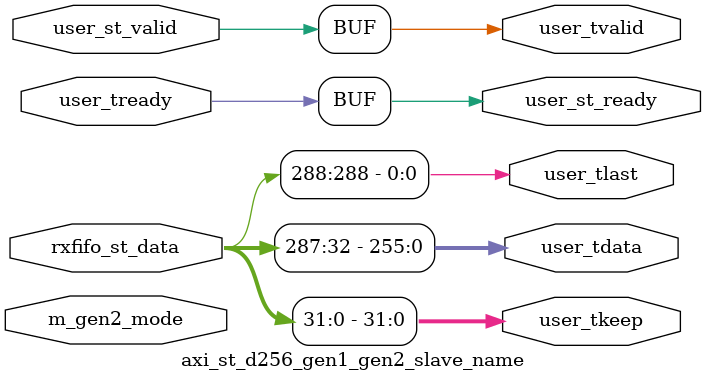
<source format=sv>
module axi_st_d256_gen1_gen2_slave_name  (

  // st channel
  output logic [  31:   0]   user_tkeep          ,
  output logic [ 255:   0]   user_tdata          ,
  output logic               user_tlast          ,
  output logic               user_tvalid         ,
  input  logic               user_tready         ,

  // Logic Link Interfaces
  input  logic               user_st_valid       ,
  input  logic [ 288:   0]   rxfifo_st_data      ,
  output logic               user_st_ready       ,

  input  logic               m_gen2_mode         

);

  // Connect Data

  assign user_tvalid                        = user_st_valid                      ;
  assign user_st_ready                      = user_tready                        ;
  assign user_tkeep           [   0 +:  32] = rxfifo_st_data       [   0 +:  32] ;
  assign user_tdata           [   0 +: 256] = rxfifo_st_data       [  32 +: 256] ;
  assign user_tlast                         = rxfifo_st_data       [ 288 +:   1] ;

endmodule

</source>
